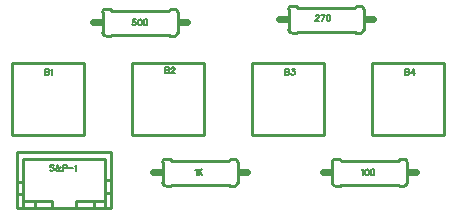
<source format=gto>
G04 Layer: TopSilkLayer*
G04 EasyEDA v6.4.5, 2020-09-10T16:32:17+00:00*
G04 8311660e1345463fb4ee0ea210310b8d,b97ca10cbf7f413284ca0e80e24dcd20,10*
G04 Gerber Generator version 0.2*
G04 Scale: 100 percent, Rotated: No, Reflected: No *
G04 Dimensions in inches *
G04 leading zeros omitted , absolute positions ,2 integer and 4 decimal *
%FSLAX24Y24*%
%MOIN*%
G90*
G70D02*

%ADD10C,0.010000*%
%ADD16C,0.024000*%
%ADD17C,0.006000*%

%LPD*%
G54D10*
G01X11059Y1045D02*
G01X11209Y1045D01*
G01X11259Y1095D01*
G01X13159Y1095D01*
G01X13209Y1045D01*
G01X13359Y1045D01*
G54D16*
G01X10889Y1500D02*
G01X10653Y1500D01*
G01X13769Y1500D02*
G01X13533Y1500D01*
G54D10*
G01X11059Y1945D02*
G01X11209Y1945D01*
G01X11259Y1895D01*
G01X13159Y1895D01*
G01X13209Y1945D01*
G01X13359Y1945D01*
G01X10959Y1145D02*
G01X10959Y1845D01*
G01X13459Y1145D02*
G01X13459Y1845D01*
G01X9609Y6145D02*
G01X9759Y6145D01*
G01X9809Y6195D01*
G01X11709Y6195D01*
G01X11759Y6145D01*
G01X11909Y6145D01*
G54D16*
G01X9439Y6600D02*
G01X9203Y6600D01*
G01X12319Y6600D02*
G01X12083Y6600D01*
G54D10*
G01X9609Y7045D02*
G01X9759Y7045D01*
G01X9809Y6995D01*
G01X11709Y6995D01*
G01X11759Y7045D01*
G01X11909Y7045D01*
G01X9509Y6245D02*
G01X9509Y6945D01*
G01X12009Y6245D02*
G01X12009Y6945D01*
G01X3409Y6045D02*
G01X3559Y6045D01*
G01X3609Y6095D01*
G01X5509Y6095D01*
G01X5559Y6045D01*
G01X5709Y6045D01*
G54D16*
G01X3239Y6500D02*
G01X3003Y6500D01*
G01X6119Y6500D02*
G01X5883Y6500D01*
G54D10*
G01X3409Y6945D02*
G01X3559Y6945D01*
G01X3609Y6895D01*
G01X5509Y6895D01*
G01X5559Y6945D01*
G01X5709Y6945D01*
G01X3309Y6145D02*
G01X3309Y6845D01*
G01X5809Y6145D02*
G01X5809Y6845D01*
G01X300Y5150D02*
G01X2700Y5150D01*
G01X2700Y2750D01*
G01X300Y2750D01*
G01X300Y5150D01*
G01X4300Y5150D02*
G01X6700Y5150D01*
G01X6700Y2750D01*
G01X4300Y2750D01*
G01X4300Y5150D01*
G01X8300Y5150D02*
G01X10700Y5150D01*
G01X10700Y2750D01*
G01X8300Y2750D01*
G01X8300Y5150D01*
G01X12300Y5150D02*
G01X14700Y5150D01*
G01X14700Y2750D01*
G01X12300Y2750D01*
G01X12300Y5150D01*
G01X3560Y2189D02*
G01X450Y2189D01*
G01X450Y1166D01*
G01X1985Y2189D02*
G01X3599Y2189D01*
G01X3599Y1205D01*
G01X646Y1166D02*
G01X646Y1953D01*
G01X3402Y1953D01*
G01X3402Y1205D01*
G01X1631Y536D02*
G01X1631Y300D01*
G01X450Y772D02*
G01X646Y772D01*
G01X450Y1166D02*
G01X646Y1166D01*
G01X3402Y811D02*
G01X3599Y811D01*
G01X646Y772D02*
G01X646Y300D01*
G01X1040Y300D02*
G01X1040Y536D01*
G01X3009Y300D02*
G01X3009Y536D01*
G01X1040Y536D02*
G01X1631Y536D01*
G01X1040Y300D02*
G01X1631Y300D01*
G01X3009Y536D02*
G01X2418Y536D01*
G01X2418Y300D01*
G01X3009Y300D02*
G01X2418Y300D01*
G01X3402Y811D02*
G01X3402Y300D01*
G01X3599Y300D01*
G01X3599Y811D01*
G01X450Y772D02*
G01X450Y300D01*
G01X646Y300D01*
G01X1631Y300D02*
G01X2418Y300D01*
G01X1040Y300D02*
G01X646Y300D01*
G01X1040Y536D02*
G01X646Y536D01*
G01X646Y772D02*
G01X646Y1205D01*
G01X450Y1166D02*
G01X450Y772D01*
G01X3009Y536D02*
G01X3402Y536D01*
G01X3009Y300D02*
G01X3402Y300D01*
G01X3402Y811D02*
G01X3402Y1205D01*
G01X3599Y1205D02*
G01X3599Y811D01*
G01X3402Y1244D02*
G01X3599Y1244D01*
G01X5409Y1045D02*
G01X5559Y1045D01*
G01X5609Y1095D01*
G01X7509Y1095D01*
G01X7559Y1045D01*
G01X7709Y1045D01*
G54D16*
G01X5239Y1500D02*
G01X5003Y1500D01*
G01X8119Y1500D02*
G01X7883Y1500D01*
G54D10*
G01X5409Y1945D02*
G01X5559Y1945D01*
G01X5609Y1895D01*
G01X7509Y1895D01*
G01X7559Y1945D01*
G01X7709Y1945D01*
G01X5309Y1145D02*
G01X5309Y1845D01*
G01X7809Y1145D02*
G01X7809Y1845D01*
G54D17*
G01X11950Y1565D02*
G01X11968Y1575D01*
G01X11994Y1601D01*
G01X11994Y1411D01*
G01X12110Y1601D02*
G01X12082Y1592D01*
G01X12064Y1565D01*
G01X12055Y1519D01*
G01X12055Y1492D01*
G01X12064Y1446D01*
G01X12082Y1419D01*
G01X12110Y1411D01*
G01X12127Y1411D01*
G01X12155Y1419D01*
G01X12173Y1446D01*
G01X12182Y1492D01*
G01X12182Y1519D01*
G01X12173Y1565D01*
G01X12155Y1592D01*
G01X12127Y1601D01*
G01X12110Y1601D01*
G01X12297Y1601D02*
G01X12269Y1592D01*
G01X12252Y1565D01*
G01X12243Y1519D01*
G01X12243Y1492D01*
G01X12252Y1446D01*
G01X12269Y1419D01*
G01X12297Y1411D01*
G01X12314Y1411D01*
G01X12343Y1419D01*
G01X12360Y1446D01*
G01X12369Y1492D01*
G01X12369Y1519D01*
G01X12360Y1565D01*
G01X12343Y1592D01*
G01X12314Y1601D01*
G01X12297Y1601D01*
G01X10409Y6705D02*
G01X10409Y6715D01*
G01X10418Y6734D01*
G01X10427Y6742D01*
G01X10444Y6751D01*
G01X10481Y6751D01*
G01X10500Y6742D01*
G01X10509Y6734D01*
G01X10518Y6715D01*
G01X10518Y6696D01*
G01X10509Y6678D01*
G01X10490Y6651D01*
G01X10400Y6561D01*
G01X10527Y6561D01*
G01X10714Y6751D02*
G01X10623Y6561D01*
G01X10586Y6751D02*
G01X10714Y6751D01*
G01X10828Y6751D02*
G01X10802Y6742D01*
G01X10784Y6715D01*
G01X10775Y6669D01*
G01X10775Y6642D01*
G01X10784Y6596D01*
G01X10802Y6569D01*
G01X10828Y6561D01*
G01X10847Y6561D01*
G01X10875Y6569D01*
G01X10893Y6596D01*
G01X10902Y6642D01*
G01X10902Y6669D01*
G01X10893Y6715D01*
G01X10875Y6742D01*
G01X10847Y6751D01*
G01X10828Y6751D01*
G01X4408Y6601D02*
G01X4317Y6601D01*
G01X4308Y6519D01*
G01X4317Y6528D01*
G01X4345Y6538D01*
G01X4372Y6538D01*
G01X4399Y6528D01*
G01X4417Y6511D01*
G01X4427Y6484D01*
G01X4427Y6465D01*
G01X4417Y6438D01*
G01X4399Y6419D01*
G01X4372Y6411D01*
G01X4345Y6411D01*
G01X4317Y6419D01*
G01X4308Y6428D01*
G01X4299Y6446D01*
G01X4541Y6601D02*
G01X4514Y6592D01*
G01X4496Y6565D01*
G01X4487Y6519D01*
G01X4487Y6492D01*
G01X4496Y6446D01*
G01X4514Y6419D01*
G01X4541Y6411D01*
G01X4559Y6411D01*
G01X4587Y6419D01*
G01X4605Y6446D01*
G01X4614Y6492D01*
G01X4614Y6519D01*
G01X4605Y6565D01*
G01X4587Y6592D01*
G01X4559Y6601D01*
G01X4541Y6601D01*
G01X4728Y6601D02*
G01X4701Y6592D01*
G01X4683Y6565D01*
G01X4674Y6519D01*
G01X4674Y6492D01*
G01X4683Y6446D01*
G01X4701Y6419D01*
G01X4728Y6411D01*
G01X4747Y6411D01*
G01X4774Y6419D01*
G01X4792Y6446D01*
G01X4801Y6492D01*
G01X4801Y6519D01*
G01X4792Y6565D01*
G01X4774Y6592D01*
G01X4747Y6601D01*
G01X4728Y6601D01*
G01X1400Y4951D02*
G01X1400Y4761D01*
G01X1400Y4951D02*
G01X1482Y4951D01*
G01X1509Y4942D01*
G01X1517Y4934D01*
G01X1526Y4915D01*
G01X1526Y4896D01*
G01X1517Y4878D01*
G01X1509Y4869D01*
G01X1482Y4861D01*
G01X1400Y4861D02*
G01X1482Y4861D01*
G01X1509Y4851D01*
G01X1517Y4842D01*
G01X1526Y4825D01*
G01X1526Y4796D01*
G01X1517Y4778D01*
G01X1509Y4769D01*
G01X1482Y4761D01*
G01X1400Y4761D01*
G01X1586Y4915D02*
G01X1605Y4925D01*
G01X1632Y4951D01*
G01X1632Y4761D01*
G01X5400Y5001D02*
G01X5400Y4811D01*
G01X5400Y5001D02*
G01X5481Y5001D01*
G01X5509Y4992D01*
G01X5518Y4984D01*
G01X5527Y4965D01*
G01X5527Y4946D01*
G01X5518Y4928D01*
G01X5509Y4919D01*
G01X5481Y4911D01*
G01X5400Y4911D02*
G01X5481Y4911D01*
G01X5509Y4901D01*
G01X5518Y4892D01*
G01X5527Y4875D01*
G01X5527Y4846D01*
G01X5518Y4828D01*
G01X5509Y4819D01*
G01X5481Y4811D01*
G01X5400Y4811D01*
G01X5596Y4955D02*
G01X5596Y4965D01*
G01X5605Y4984D01*
G01X5614Y4992D01*
G01X5632Y5001D01*
G01X5668Y5001D01*
G01X5686Y4992D01*
G01X5696Y4984D01*
G01X5705Y4965D01*
G01X5705Y4946D01*
G01X5696Y4928D01*
G01X5677Y4901D01*
G01X5586Y4811D01*
G01X5714Y4811D01*
G01X9400Y4951D02*
G01X9400Y4761D01*
G01X9400Y4951D02*
G01X9481Y4951D01*
G01X9509Y4942D01*
G01X9518Y4934D01*
G01X9527Y4915D01*
G01X9527Y4896D01*
G01X9518Y4878D01*
G01X9509Y4869D01*
G01X9481Y4861D01*
G01X9400Y4861D02*
G01X9481Y4861D01*
G01X9509Y4851D01*
G01X9518Y4842D01*
G01X9527Y4825D01*
G01X9527Y4796D01*
G01X9518Y4778D01*
G01X9509Y4769D01*
G01X9481Y4761D01*
G01X9400Y4761D01*
G01X9605Y4951D02*
G01X9705Y4951D01*
G01X9651Y4878D01*
G01X9677Y4878D01*
G01X9696Y4869D01*
G01X9705Y4861D01*
G01X9714Y4834D01*
G01X9714Y4815D01*
G01X9705Y4788D01*
G01X9686Y4769D01*
G01X9660Y4761D01*
G01X9632Y4761D01*
G01X9605Y4769D01*
G01X9596Y4778D01*
G01X9586Y4796D01*
G01X13400Y4951D02*
G01X13400Y4761D01*
G01X13400Y4951D02*
G01X13481Y4951D01*
G01X13509Y4942D01*
G01X13518Y4934D01*
G01X13527Y4915D01*
G01X13527Y4896D01*
G01X13518Y4878D01*
G01X13509Y4869D01*
G01X13481Y4861D01*
G01X13400Y4861D02*
G01X13481Y4861D01*
G01X13509Y4851D01*
G01X13518Y4842D01*
G01X13527Y4825D01*
G01X13527Y4796D01*
G01X13518Y4778D01*
G01X13509Y4769D01*
G01X13481Y4761D01*
G01X13400Y4761D01*
G01X13677Y4951D02*
G01X13586Y4825D01*
G01X13723Y4825D01*
G01X13677Y4951D02*
G01X13677Y4761D01*
G01X1676Y1725D02*
G01X1659Y1742D01*
G01X1632Y1751D01*
G01X1594Y1751D01*
G01X1567Y1742D01*
G01X1550Y1725D01*
G01X1550Y1705D01*
G01X1559Y1688D01*
G01X1567Y1678D01*
G01X1586Y1669D01*
G01X1640Y1651D01*
G01X1659Y1642D01*
G01X1667Y1634D01*
G01X1676Y1615D01*
G01X1676Y1588D01*
G01X1659Y1569D01*
G01X1632Y1561D01*
G01X1594Y1561D01*
G01X1567Y1569D01*
G01X1550Y1588D01*
G01X1919Y1669D02*
G01X1919Y1678D01*
G01X1909Y1688D01*
G01X1901Y1688D01*
G01X1892Y1678D01*
G01X1882Y1661D01*
G01X1865Y1615D01*
G01X1846Y1588D01*
G01X1828Y1569D01*
G01X1809Y1561D01*
G01X1773Y1561D01*
G01X1755Y1569D01*
G01X1746Y1578D01*
G01X1736Y1596D01*
G01X1736Y1615D01*
G01X1746Y1634D01*
G01X1755Y1642D01*
G01X1819Y1678D01*
G01X1828Y1688D01*
G01X1836Y1705D01*
G01X1836Y1725D01*
G01X1828Y1742D01*
G01X1809Y1751D01*
G01X1792Y1742D01*
G01X1782Y1725D01*
G01X1782Y1705D01*
G01X1792Y1678D01*
G01X1809Y1651D01*
G01X1855Y1588D01*
G01X1873Y1569D01*
G01X1892Y1561D01*
G01X1909Y1561D01*
G01X1919Y1569D01*
G01X1919Y1578D01*
G01X1978Y1751D02*
G01X1978Y1561D01*
G01X1978Y1751D02*
G01X2061Y1751D01*
G01X2088Y1742D01*
G01X2096Y1734D01*
G01X2105Y1715D01*
G01X2105Y1688D01*
G01X2096Y1669D01*
G01X2088Y1661D01*
G01X2061Y1651D01*
G01X1978Y1651D01*
G01X2165Y1642D02*
G01X2330Y1642D01*
G01X2390Y1715D02*
G01X2407Y1725D01*
G01X2434Y1751D01*
G01X2434Y1561D01*
G01X6400Y1565D02*
G01X6418Y1575D01*
G01X6444Y1601D01*
G01X6444Y1411D01*
G01X6505Y1601D02*
G01X6505Y1411D01*
G01X6632Y1601D02*
G01X6505Y1475D01*
G01X6551Y1519D02*
G01X6632Y1411D01*
G54D10*
G75*
G01X10960Y1846D02*
G02X11060Y1946I100J0D01*
G01*
G75*
G01X10960Y1146D02*
G03X11060Y1046I100J0D01*
G01*
G75*
G01X13360Y1046D02*
G03X13460Y1146I0J100D01*
G01*
G75*
G01X13360Y1946D02*
G02X13460Y1846I0J-100D01*
G01*
G75*
G01X9510Y6946D02*
G02X9610Y7046I100J0D01*
G01*
G75*
G01X9510Y6246D02*
G03X9610Y6146I100J0D01*
G01*
G75*
G01X11910Y6146D02*
G03X12010Y6246I0J100D01*
G01*
G75*
G01X11910Y7046D02*
G02X12010Y6946I0J-100D01*
G01*
G75*
G01X3310Y6846D02*
G02X3410Y6946I100J0D01*
G01*
G75*
G01X3310Y6146D02*
G03X3410Y6046I100J0D01*
G01*
G75*
G01X5710Y6046D02*
G03X5810Y6146I0J100D01*
G01*
G75*
G01X5710Y6946D02*
G02X5810Y6846I0J-100D01*
G01*
G75*
G01X5310Y1846D02*
G02X5410Y1946I100J0D01*
G01*
G75*
G01X5310Y1146D02*
G03X5410Y1046I100J0D01*
G01*
G75*
G01X7710Y1046D02*
G03X7810Y1146I0J100D01*
G01*
G75*
G01X7710Y1946D02*
G02X7810Y1846I0J-100D01*
G01*
M00*
M02*

</source>
